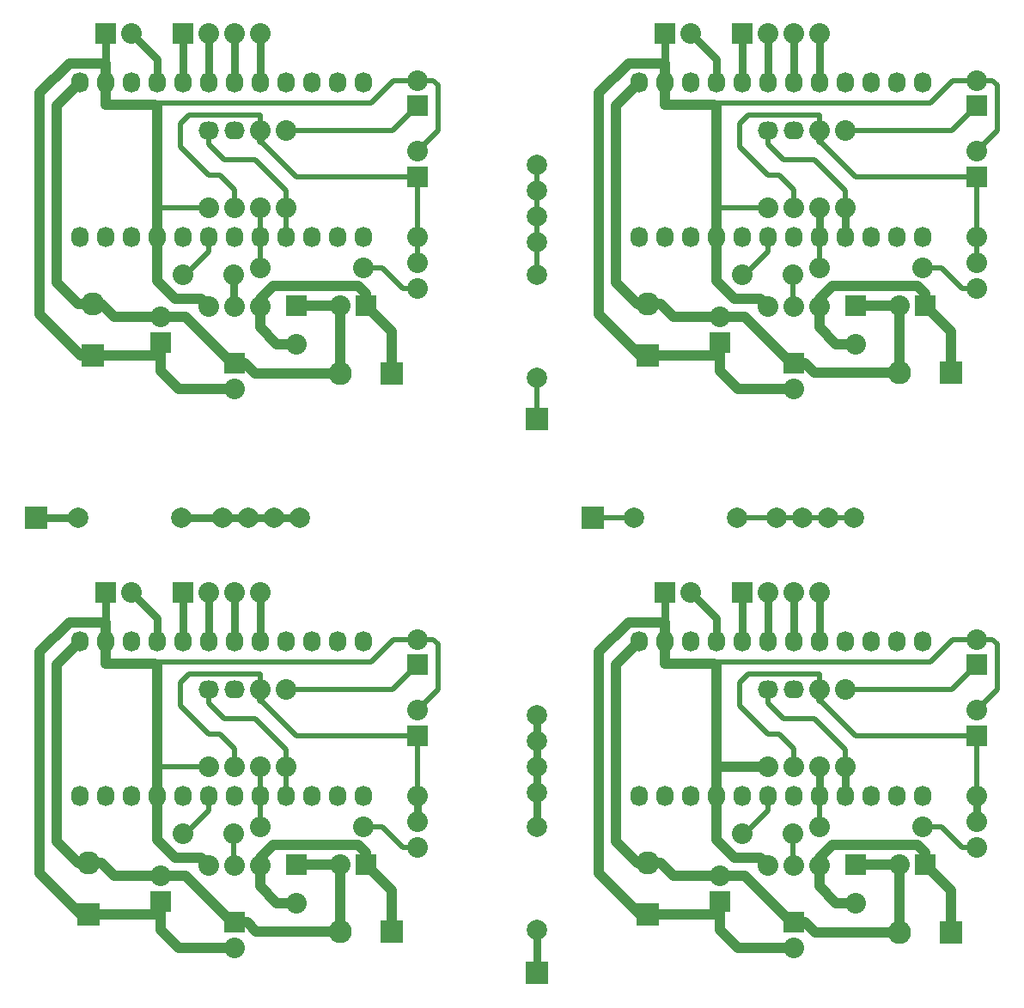
<source format=gbl>
G04 #@! TF.FileFunction,Copper,L2,Bot,Signal*
%FSLAX46Y46*%
G04 Gerber Fmt 4.6, Leading zero omitted, Abs format (unit mm)*
G04 Created by KiCad (PCBNEW 4.0.2+e4-6225~38~ubuntu14.04.1-stable) date Tue 17 May 2016 20:32:36 AEST*
%MOMM*%
G01*
G04 APERTURE LIST*
%ADD10C,0.100000*%
%ADD11R,2.286000X2.286000*%
%ADD12C,2.286000*%
%ADD13R,2.235200X2.235200*%
%ADD14C,1.998980*%
%ADD15O,2.032000X2.032000*%
%ADD16O,1.727200X2.032000*%
%ADD17R,2.032000X2.032000*%
%ADD18O,2.032000X1.778000*%
%ADD19C,0.762000*%
%ADD20C,0.508000*%
%ADD21C,1.016000*%
G04 APERTURE END LIST*
D10*
D11*
X63119000Y63754000D03*
D12*
X63119000Y68834000D03*
D11*
X63119000Y8636000D03*
D12*
X63119000Y13716000D03*
D11*
X8001000Y8636000D03*
D12*
X8001000Y13716000D03*
D11*
X8382000Y63754000D03*
D12*
X8382000Y68834000D03*
D11*
X92964000Y6858000D03*
D12*
X87884000Y6858000D03*
D11*
X37846000Y6985000D03*
D12*
X32766000Y6985000D03*
D11*
X92964000Y62103000D03*
D12*
X87884000Y62103000D03*
D11*
X37846000Y61976000D03*
D12*
X32766000Y61976000D03*
D13*
X52197000Y2921000D03*
D14*
X52197000Y28321000D03*
X52197000Y25781000D03*
X52197000Y23241000D03*
X52197000Y20701000D03*
X52197000Y7112000D03*
X52197000Y17272000D03*
X52197000Y61595000D03*
X52197000Y71755000D03*
X52197000Y82550000D03*
X52197000Y80010000D03*
X52197000Y77470000D03*
X52197000Y74930000D03*
D13*
X52197000Y57531000D03*
X57658000Y47752000D03*
D14*
X83439000Y47752000D03*
X80899000Y47752000D03*
X78359000Y47752000D03*
X75819000Y47752000D03*
X71882000Y47752000D03*
X61722000Y47752000D03*
D15*
X77470000Y13462000D03*
X80010000Y13462000D03*
X74930000Y13462000D03*
D16*
X62230000Y20383500D03*
X64770000Y20383500D03*
X67310000Y20383500D03*
X69850000Y20383500D03*
X72390000Y20383500D03*
X74930000Y20383500D03*
X77470000Y20383500D03*
X80010000Y20383500D03*
X82550000Y20383500D03*
X85090000Y20383500D03*
X87630000Y20383500D03*
X90170000Y20383500D03*
X62230000Y35623500D03*
X64770000Y35623500D03*
X67310000Y35623500D03*
X69850000Y35623500D03*
X72390000Y35623500D03*
X74930000Y35623500D03*
X77470000Y35623500D03*
X80010000Y35623500D03*
X82550000Y35623500D03*
X85090000Y35623500D03*
X87630000Y35623500D03*
X90170000Y35623500D03*
D17*
X95504000Y26289000D03*
D15*
X95504000Y28829000D03*
D17*
X90424000Y13589000D03*
D15*
X87884000Y13589000D03*
D17*
X70231000Y9906000D03*
D15*
X70231000Y12446000D03*
D17*
X95504000Y33274000D03*
D15*
X95504000Y35774000D03*
X80010000Y17272000D03*
X90170000Y17272000D03*
X95504000Y15240000D03*
X95504000Y17780000D03*
X95504000Y20320000D03*
X77470000Y5374000D03*
D17*
X77470000Y7874000D03*
D15*
X83566000Y9779000D03*
D17*
X83566000Y13589000D03*
D15*
X74930000Y23241000D03*
X77470000Y23241000D03*
X80010000Y23241000D03*
X82550000Y23241000D03*
X82550000Y30861000D03*
X80010000Y30861000D03*
D18*
X77470000Y30861000D03*
X74930000Y30861000D03*
D15*
X72430640Y16637000D03*
X77431900Y16637000D03*
D17*
X72390000Y40386000D03*
D15*
X74930000Y40386000D03*
X77470000Y40386000D03*
X80010000Y40386000D03*
D17*
X64770000Y40386000D03*
D15*
X67310000Y40386000D03*
X77470000Y68580000D03*
X80010000Y68580000D03*
X74930000Y68580000D03*
D16*
X62230000Y75501500D03*
X64770000Y75501500D03*
X67310000Y75501500D03*
X69850000Y75501500D03*
X72390000Y75501500D03*
X74930000Y75501500D03*
X77470000Y75501500D03*
X80010000Y75501500D03*
X82550000Y75501500D03*
X85090000Y75501500D03*
X87630000Y75501500D03*
X90170000Y75501500D03*
X62230000Y90741500D03*
X64770000Y90741500D03*
X67310000Y90741500D03*
X69850000Y90741500D03*
X72390000Y90741500D03*
X74930000Y90741500D03*
X77470000Y90741500D03*
X80010000Y90741500D03*
X82550000Y90741500D03*
X85090000Y90741500D03*
X87630000Y90741500D03*
X90170000Y90741500D03*
D17*
X95504000Y81407000D03*
D15*
X95504000Y83947000D03*
D17*
X90424000Y68707000D03*
D15*
X87884000Y68707000D03*
D17*
X70231000Y65024000D03*
D15*
X70231000Y67564000D03*
D17*
X95504000Y88392000D03*
D15*
X95504000Y90892000D03*
X80010000Y72390000D03*
X90170000Y72390000D03*
X95504000Y70358000D03*
X95504000Y72898000D03*
X95504000Y75438000D03*
X77470000Y60492000D03*
D17*
X77470000Y62992000D03*
D15*
X83566000Y64897000D03*
D17*
X83566000Y68707000D03*
D15*
X74930000Y78359000D03*
X77470000Y78359000D03*
X80010000Y78359000D03*
X82550000Y78359000D03*
X82550000Y85979000D03*
X80010000Y85979000D03*
D18*
X77470000Y85979000D03*
X74930000Y85979000D03*
D15*
X72430640Y71755000D03*
X77431900Y71755000D03*
D17*
X72390000Y95504000D03*
D15*
X74930000Y95504000D03*
X77470000Y95504000D03*
X80010000Y95504000D03*
D17*
X64770000Y95504000D03*
D15*
X67310000Y95504000D03*
D14*
X17145000Y47752000D03*
X6985000Y47752000D03*
X28829000Y47752000D03*
X26289000Y47752000D03*
X23749000Y47752000D03*
X21209000Y47752000D03*
D13*
X2794000Y47752000D03*
D17*
X9652000Y95504000D03*
D15*
X12192000Y95504000D03*
D17*
X17272000Y95504000D03*
D15*
X19812000Y95504000D03*
X22352000Y95504000D03*
X24892000Y95504000D03*
X17312640Y71755000D03*
X22313900Y71755000D03*
X19812000Y78359000D03*
X22352000Y78359000D03*
X24892000Y78359000D03*
X27432000Y78359000D03*
X27432000Y85979000D03*
X24892000Y85979000D03*
D18*
X22352000Y85979000D03*
X19812000Y85979000D03*
D15*
X28448000Y64897000D03*
D17*
X28448000Y68707000D03*
D15*
X22352000Y60492000D03*
D17*
X22352000Y62992000D03*
D15*
X40386000Y70358000D03*
X40386000Y72898000D03*
X40386000Y75438000D03*
X24892000Y72390000D03*
X35052000Y72390000D03*
D17*
X40386000Y88392000D03*
D15*
X40386000Y90892000D03*
D17*
X15113000Y65024000D03*
D15*
X15113000Y67564000D03*
D17*
X35306000Y68707000D03*
D15*
X32766000Y68707000D03*
D17*
X40386000Y81407000D03*
D15*
X40386000Y83947000D03*
D16*
X7112000Y90741500D03*
X9652000Y90741500D03*
X12192000Y90741500D03*
X14732000Y90741500D03*
X17272000Y90741500D03*
X19812000Y90741500D03*
X22352000Y90741500D03*
X24892000Y90741500D03*
X27432000Y90741500D03*
X29972000Y90741500D03*
X32512000Y90741500D03*
X35052000Y90741500D03*
X7112000Y75501500D03*
X9652000Y75501500D03*
X12192000Y75501500D03*
X14732000Y75501500D03*
X17272000Y75501500D03*
X19812000Y75501500D03*
X22352000Y75501500D03*
X24892000Y75501500D03*
X27432000Y75501500D03*
X29972000Y75501500D03*
X32512000Y75501500D03*
X35052000Y75501500D03*
D15*
X22352000Y68580000D03*
X24892000Y68580000D03*
X19812000Y68580000D03*
X22352000Y13462000D03*
X24892000Y13462000D03*
X19812000Y13462000D03*
D16*
X7112000Y20383500D03*
X9652000Y20383500D03*
X12192000Y20383500D03*
X14732000Y20383500D03*
X17272000Y20383500D03*
X19812000Y20383500D03*
X22352000Y20383500D03*
X24892000Y20383500D03*
X27432000Y20383500D03*
X29972000Y20383500D03*
X32512000Y20383500D03*
X35052000Y20383500D03*
X7112000Y35623500D03*
X9652000Y35623500D03*
X12192000Y35623500D03*
X14732000Y35623500D03*
X17272000Y35623500D03*
X19812000Y35623500D03*
X22352000Y35623500D03*
X24892000Y35623500D03*
X27432000Y35623500D03*
X29972000Y35623500D03*
X32512000Y35623500D03*
X35052000Y35623500D03*
D17*
X40386000Y26289000D03*
D15*
X40386000Y28829000D03*
D17*
X35306000Y13589000D03*
D15*
X32766000Y13589000D03*
D17*
X15113000Y9906000D03*
D15*
X15113000Y12446000D03*
D17*
X40386000Y33274000D03*
D15*
X40386000Y35774000D03*
X24892000Y17272000D03*
X35052000Y17272000D03*
X40386000Y15240000D03*
X40386000Y17780000D03*
X40386000Y20320000D03*
X22352000Y5374000D03*
D17*
X22352000Y7874000D03*
D15*
X28448000Y9779000D03*
D17*
X28448000Y13589000D03*
D15*
X19812000Y23241000D03*
X22352000Y23241000D03*
X24892000Y23241000D03*
X27432000Y23241000D03*
X27432000Y30861000D03*
X24892000Y30861000D03*
D18*
X22352000Y30861000D03*
X19812000Y30861000D03*
D15*
X17312640Y16637000D03*
X22313900Y16637000D03*
D17*
X17272000Y40386000D03*
D15*
X19812000Y40386000D03*
X22352000Y40386000D03*
X24892000Y40386000D03*
D17*
X9652000Y40386000D03*
D15*
X12192000Y40386000D03*
D19*
X64770000Y37465000D02*
X64770000Y40386000D01*
D20*
X90932000Y33528000D02*
X69723000Y33528000D01*
X69723000Y33528000D02*
X69596000Y33401000D01*
X95504000Y35774000D02*
X93178000Y35774000D01*
X90932000Y33528000D02*
X93178000Y35774000D01*
D21*
X69850000Y23114000D02*
X69850000Y33147000D01*
X69850000Y33147000D02*
X69596000Y33401000D01*
X64770000Y33401000D02*
X64770000Y35623500D01*
X69596000Y33401000D02*
X64770000Y33401000D01*
X70231000Y8636000D02*
X70231000Y7112000D01*
X71969000Y5374000D02*
X77470000Y5374000D01*
X70231000Y7112000D02*
X71969000Y5374000D01*
X70231000Y9906000D02*
X70231000Y8636000D01*
X70231000Y8636000D02*
X63500000Y8636000D01*
X69850000Y20383500D02*
X69850000Y16002000D01*
X69850000Y16002000D02*
X71628000Y14224000D01*
X74930000Y23241000D02*
X69977000Y23241000D01*
X69850000Y23114000D02*
X69850000Y20383500D01*
X69977000Y23241000D02*
X69850000Y23114000D01*
X63500000Y8636000D02*
X62357000Y8636000D01*
X64770000Y37465000D02*
X64770000Y35623500D01*
X61214000Y37465000D02*
X64770000Y37465000D01*
X58293000Y34544000D02*
X61214000Y37465000D01*
X58293000Y12700000D02*
X58293000Y34544000D01*
X62357000Y8636000D02*
X58293000Y12700000D01*
D20*
X95504000Y35774000D02*
X97068000Y35774000D01*
X97536000Y30861000D02*
X95504000Y28829000D01*
X97536000Y35306000D02*
X97536000Y30861000D01*
X97068000Y35774000D02*
X97536000Y35306000D01*
D21*
X74168000Y14224000D02*
X74930000Y13462000D01*
X71628000Y14224000D02*
X74168000Y14224000D01*
D19*
X64770000Y92583000D02*
X64770000Y95504000D01*
D20*
X90932000Y88646000D02*
X69723000Y88646000D01*
X69723000Y88646000D02*
X69596000Y88519000D01*
X95504000Y90892000D02*
X93178000Y90892000D01*
X90932000Y88646000D02*
X93178000Y90892000D01*
D21*
X69850000Y78232000D02*
X69850000Y88265000D01*
X69850000Y88265000D02*
X69596000Y88519000D01*
X64770000Y88519000D02*
X64770000Y90741500D01*
X69596000Y88519000D02*
X64770000Y88519000D01*
X70231000Y63754000D02*
X70231000Y62230000D01*
X71969000Y60492000D02*
X77470000Y60492000D01*
X70231000Y62230000D02*
X71969000Y60492000D01*
X70231000Y65024000D02*
X70231000Y63754000D01*
X70231000Y63754000D02*
X63500000Y63754000D01*
X69850000Y75501500D02*
X69850000Y71120000D01*
X69850000Y71120000D02*
X71628000Y69342000D01*
D20*
X74930000Y78359000D02*
X69977000Y78359000D01*
X69977000Y78359000D02*
X69850000Y78232000D01*
D21*
X69850000Y78232000D02*
X69850000Y75501500D01*
X63500000Y63754000D02*
X62357000Y63754000D01*
X64770000Y92583000D02*
X64770000Y90741500D01*
X61214000Y92583000D02*
X64770000Y92583000D01*
X58293000Y89662000D02*
X61214000Y92583000D01*
X58293000Y67818000D02*
X58293000Y89662000D01*
X62357000Y63754000D02*
X58293000Y67818000D01*
D20*
X95504000Y90892000D02*
X97068000Y90892000D01*
X97536000Y85979000D02*
X95504000Y83947000D01*
X97536000Y90424000D02*
X97536000Y85979000D01*
X97068000Y90892000D02*
X97536000Y90424000D01*
D21*
X74168000Y69342000D02*
X74930000Y68580000D01*
X71628000Y69342000D02*
X74168000Y69342000D01*
X16510000Y69342000D02*
X19050000Y69342000D01*
X19050000Y69342000D02*
X19812000Y68580000D01*
D20*
X42418000Y85979000D02*
X40386000Y83947000D01*
X40386000Y90892000D02*
X41950000Y90892000D01*
X41950000Y90892000D02*
X42418000Y90424000D01*
X42418000Y90424000D02*
X42418000Y85979000D01*
D21*
X9652000Y92583000D02*
X9652000Y90741500D01*
D20*
X14859000Y78359000D02*
X14732000Y78232000D01*
X19812000Y78359000D02*
X14859000Y78359000D01*
D21*
X14732000Y78232000D02*
X14732000Y75501500D01*
X14732000Y71120000D02*
X16510000Y69342000D01*
X14732000Y75501500D02*
X14732000Y71120000D01*
X15113000Y65024000D02*
X15113000Y63754000D01*
X16851000Y60492000D02*
X22352000Y60492000D01*
X14478000Y88519000D02*
X9652000Y88519000D01*
X9652000Y88519000D02*
X9652000Y90741500D01*
X14732000Y88265000D02*
X14478000Y88519000D01*
X14732000Y78232000D02*
X14732000Y88265000D01*
D20*
X14605000Y88646000D02*
X14478000Y88519000D01*
X40386000Y90892000D02*
X38060000Y90892000D01*
X35814000Y88646000D02*
X38060000Y90892000D01*
X35814000Y88646000D02*
X14605000Y88646000D01*
D19*
X9652000Y92583000D02*
X9652000Y95504000D01*
X9652000Y37465000D02*
X9652000Y40386000D01*
D20*
X35814000Y33528000D02*
X14605000Y33528000D01*
X14605000Y33528000D02*
X14478000Y33401000D01*
X40386000Y35774000D02*
X38060000Y35774000D01*
X35814000Y33528000D02*
X38060000Y35774000D01*
D21*
X14732000Y23114000D02*
X14732000Y33147000D01*
X14732000Y33147000D02*
X14478000Y33401000D01*
X9652000Y33401000D02*
X9652000Y35623500D01*
X14478000Y33401000D02*
X9652000Y33401000D01*
X15113000Y8636000D02*
X15113000Y7112000D01*
X16851000Y5374000D02*
X22352000Y5374000D01*
X15113000Y7112000D02*
X16851000Y5374000D01*
X15113000Y9906000D02*
X15113000Y8636000D01*
X15113000Y8636000D02*
X8382000Y8636000D01*
X14732000Y20383500D02*
X14732000Y16002000D01*
X14732000Y16002000D02*
X16510000Y14224000D01*
D20*
X19812000Y23241000D02*
X14859000Y23241000D01*
X14859000Y23241000D02*
X14732000Y23114000D01*
D21*
X14732000Y23114000D02*
X14732000Y20383500D01*
X8382000Y8636000D02*
X7239000Y8636000D01*
X9652000Y37465000D02*
X9652000Y35623500D01*
X6096000Y37465000D02*
X9652000Y37465000D01*
X3175000Y34544000D02*
X6096000Y37465000D01*
X3175000Y12700000D02*
X3175000Y34544000D01*
X7239000Y8636000D02*
X3175000Y12700000D01*
D20*
X40386000Y35774000D02*
X41950000Y35774000D01*
X42418000Y30861000D02*
X40386000Y28829000D01*
X42418000Y35306000D02*
X42418000Y30861000D01*
X41950000Y35774000D02*
X42418000Y35306000D01*
D21*
X19050000Y14224000D02*
X19812000Y13462000D01*
X16510000Y14224000D02*
X19050000Y14224000D01*
X6096000Y92583000D02*
X9652000Y92583000D01*
X15113000Y62230000D02*
X16851000Y60492000D01*
X15113000Y63754000D02*
X15113000Y62230000D01*
X3175000Y89662000D02*
X6096000Y92583000D01*
X7239000Y63754000D02*
X3175000Y67818000D01*
X3175000Y67818000D02*
X3175000Y89662000D01*
X8382000Y63754000D02*
X7239000Y63754000D01*
X15113000Y63754000D02*
X8382000Y63754000D01*
D20*
X74930000Y20383500D02*
X74930000Y18923000D01*
X74930000Y18923000D02*
X72644000Y16637000D01*
D19*
X72644000Y16637000D02*
X72430640Y16637000D01*
D20*
X74930000Y75501500D02*
X74930000Y74041000D01*
X74930000Y74041000D02*
X72644000Y71755000D01*
D19*
X72644000Y71755000D02*
X72430640Y71755000D01*
X17526000Y71755000D02*
X17312640Y71755000D01*
D20*
X19812000Y74041000D02*
X17526000Y71755000D01*
X19812000Y75501500D02*
X19812000Y74041000D01*
X19812000Y20383500D02*
X19812000Y18923000D01*
X19812000Y18923000D02*
X17526000Y16637000D01*
D19*
X17526000Y16637000D02*
X17312640Y16637000D01*
X80010000Y23241000D02*
X80010000Y20383500D01*
D20*
X80010000Y20383500D02*
X80010000Y17272000D01*
D19*
X80010000Y78359000D02*
X80010000Y75501500D01*
D20*
X80010000Y75501500D02*
X80010000Y72390000D01*
X24892000Y75501500D02*
X24892000Y72390000D01*
X24892000Y78359000D02*
X24892000Y75501500D01*
X24892000Y23241000D02*
X24892000Y20383500D01*
X24892000Y20383500D02*
X24892000Y17272000D01*
D19*
X69850000Y35623500D02*
X69850000Y37846000D01*
X69850000Y37846000D02*
X67310000Y40386000D01*
X82550000Y23241000D02*
X82550000Y20383500D01*
D20*
X82550000Y23241000D02*
X82550000Y24892000D01*
X82550000Y24892000D02*
X79502000Y27940000D01*
X79502000Y27940000D02*
X76454000Y27940000D01*
X76454000Y27940000D02*
X74930000Y29464000D01*
X74930000Y29464000D02*
X74930000Y30861000D01*
D19*
X69850000Y90741500D02*
X69850000Y92964000D01*
X69850000Y92964000D02*
X67310000Y95504000D01*
X82550000Y78359000D02*
X82550000Y75501500D01*
D20*
X82550000Y78359000D02*
X82550000Y80010000D01*
X82550000Y80010000D02*
X79502000Y83058000D01*
X79502000Y83058000D02*
X76454000Y83058000D01*
X76454000Y83058000D02*
X74930000Y84582000D01*
X74930000Y84582000D02*
X74930000Y85979000D01*
X27432000Y80010000D02*
X24384000Y83058000D01*
X27432000Y78359000D02*
X27432000Y80010000D01*
X19812000Y84582000D02*
X19812000Y85979000D01*
X21336000Y83058000D02*
X19812000Y84582000D01*
X24384000Y83058000D02*
X21336000Y83058000D01*
X27432000Y78359000D02*
X27432000Y75501500D01*
D19*
X14732000Y92964000D02*
X12192000Y95504000D01*
X14732000Y90741500D02*
X14732000Y92964000D01*
X14732000Y35623500D02*
X14732000Y37846000D01*
X14732000Y37846000D02*
X12192000Y40386000D01*
D20*
X27432000Y23241000D02*
X27432000Y20383500D01*
X27432000Y23241000D02*
X27432000Y24892000D01*
X27432000Y24892000D02*
X24384000Y27940000D01*
X24384000Y27940000D02*
X21336000Y27940000D01*
X21336000Y27940000D02*
X19812000Y29464000D01*
X19812000Y29464000D02*
X19812000Y30861000D01*
D19*
X72390000Y35623500D02*
X72390000Y40386000D01*
X72390000Y90741500D02*
X72390000Y95504000D01*
X17272000Y90741500D02*
X17272000Y95504000D01*
X17272000Y35623500D02*
X17272000Y40386000D01*
X74930000Y35623500D02*
X74930000Y40386000D01*
X74930000Y90741500D02*
X74930000Y95504000D01*
X19812000Y90741500D02*
X19812000Y95504000D01*
X19812000Y35623500D02*
X19812000Y40386000D01*
X77470000Y35623500D02*
X77470000Y40386000D01*
X77470000Y90741500D02*
X77470000Y95504000D01*
X22352000Y90741500D02*
X22352000Y95504000D01*
X22352000Y35623500D02*
X22352000Y40386000D01*
X80010000Y35623500D02*
X80010000Y40386000D01*
X80010000Y90741500D02*
X80010000Y95504000D01*
X24892000Y90741500D02*
X24892000Y95504000D01*
X24892000Y35623500D02*
X24892000Y40386000D01*
D20*
X72136000Y29210000D02*
X72136000Y31496000D01*
X72136000Y31496000D02*
X73025000Y32385000D01*
X73025000Y32385000D02*
X80010000Y32385000D01*
X80010000Y32385000D02*
X80010000Y30861000D01*
X77470000Y25019000D02*
X76073000Y26416000D01*
X76073000Y26416000D02*
X74930000Y26416000D01*
X74930000Y26416000D02*
X72136000Y29210000D01*
X77470000Y23241000D02*
X77470000Y25019000D01*
D19*
X95504000Y20320000D02*
X95504000Y17780000D01*
D20*
X95504000Y20320000D02*
X95504000Y26289000D01*
D19*
X80010000Y30861000D02*
X80010000Y29845000D01*
D20*
X83566000Y26289000D02*
X95504000Y26289000D01*
X80010000Y29845000D02*
X83566000Y26289000D01*
X72136000Y84328000D02*
X72136000Y86614000D01*
X72136000Y86614000D02*
X73025000Y87503000D01*
X73025000Y87503000D02*
X80010000Y87503000D01*
X80010000Y87503000D02*
X80010000Y85979000D01*
X77470000Y80137000D02*
X76073000Y81534000D01*
X76073000Y81534000D02*
X74930000Y81534000D01*
X74930000Y81534000D02*
X72136000Y84328000D01*
X77470000Y78359000D02*
X77470000Y80137000D01*
X95504000Y75438000D02*
X95504000Y72898000D01*
X95504000Y75438000D02*
X95504000Y81407000D01*
D19*
X80010000Y85979000D02*
X80010000Y84963000D01*
D20*
X83566000Y81407000D02*
X95504000Y81407000D01*
X80010000Y84963000D02*
X83566000Y81407000D01*
X24892000Y84963000D02*
X28448000Y81407000D01*
X28448000Y81407000D02*
X40386000Y81407000D01*
D19*
X24892000Y85979000D02*
X24892000Y84963000D01*
D20*
X40386000Y75438000D02*
X40386000Y81407000D01*
X40386000Y75438000D02*
X40386000Y72898000D01*
X17018000Y86614000D02*
X17907000Y87503000D01*
X17018000Y84328000D02*
X17018000Y86614000D01*
X22352000Y78359000D02*
X22352000Y80137000D01*
X19812000Y81534000D02*
X17018000Y84328000D01*
X20955000Y81534000D02*
X19812000Y81534000D01*
X22352000Y80137000D02*
X20955000Y81534000D01*
X24892000Y87503000D02*
X24892000Y85979000D01*
X17907000Y87503000D02*
X24892000Y87503000D01*
X17018000Y29210000D02*
X17018000Y31496000D01*
X17018000Y31496000D02*
X17907000Y32385000D01*
X17907000Y32385000D02*
X24892000Y32385000D01*
X24892000Y32385000D02*
X24892000Y30861000D01*
X22352000Y25019000D02*
X20955000Y26416000D01*
X20955000Y26416000D02*
X19812000Y26416000D01*
X19812000Y26416000D02*
X17018000Y29210000D01*
X22352000Y23241000D02*
X22352000Y25019000D01*
D19*
X40386000Y20320000D02*
X40386000Y17780000D01*
D20*
X40386000Y20320000D02*
X40386000Y26289000D01*
D19*
X24892000Y30861000D02*
X24892000Y29845000D01*
D20*
X28448000Y26289000D02*
X40386000Y26289000D01*
X24892000Y29845000D02*
X28448000Y26289000D01*
D21*
X92964000Y6858000D02*
X92964000Y11049000D01*
X92964000Y11049000D02*
X90424000Y13589000D01*
X37846000Y6985000D02*
X37846000Y11049000D01*
X37846000Y11049000D02*
X35306000Y13589000D01*
X37846000Y61976000D02*
X37846000Y66167000D01*
X37846000Y66167000D02*
X35306000Y68707000D01*
X92964000Y62103000D02*
X92964000Y66167000D01*
X92964000Y66167000D02*
X90424000Y68707000D01*
X80010000Y11430000D02*
X80010000Y13462000D01*
X80010000Y13462000D02*
X80010000Y14224000D01*
X80010000Y14224000D02*
X81280000Y15494000D01*
X81280000Y15494000D02*
X89662000Y15494000D01*
X89662000Y15494000D02*
X90424000Y14732000D01*
X83566000Y9779000D02*
X81661000Y9779000D01*
X81661000Y9779000D02*
X80010000Y11430000D01*
X90424000Y14732000D02*
X90424000Y13589000D01*
X80010000Y66548000D02*
X80010000Y68580000D01*
X80010000Y68580000D02*
X80010000Y69342000D01*
X80010000Y69342000D02*
X81280000Y70612000D01*
X81280000Y70612000D02*
X89662000Y70612000D01*
X89662000Y70612000D02*
X90424000Y69850000D01*
X83566000Y64897000D02*
X81661000Y64897000D01*
X81661000Y64897000D02*
X80010000Y66548000D01*
X90424000Y69850000D02*
X90424000Y68707000D01*
X35306000Y69850000D02*
X35306000Y68707000D01*
X24892000Y69342000D02*
X26162000Y70612000D01*
X26162000Y70612000D02*
X34544000Y70612000D01*
X34544000Y70612000D02*
X35306000Y69850000D01*
X26543000Y64897000D02*
X24892000Y66548000D01*
X28448000Y64897000D02*
X26543000Y64897000D01*
X24892000Y68580000D02*
X24892000Y69342000D01*
X24892000Y66548000D02*
X24892000Y68580000D01*
X24892000Y11430000D02*
X24892000Y13462000D01*
X24892000Y13462000D02*
X24892000Y14224000D01*
X24892000Y14224000D02*
X26162000Y15494000D01*
X26162000Y15494000D02*
X34544000Y15494000D01*
X34544000Y15494000D02*
X35306000Y14732000D01*
X28448000Y9779000D02*
X26543000Y9779000D01*
X26543000Y9779000D02*
X24892000Y11430000D01*
X35306000Y14732000D02*
X35306000Y13589000D01*
X24384000Y61976000D02*
X32766000Y61976000D01*
X77470000Y7874000D02*
X78613000Y7874000D01*
X79629000Y6858000D02*
X87884000Y6858000D01*
X78613000Y7874000D02*
X79629000Y6858000D01*
X87884000Y6858000D02*
X87884000Y13589000D01*
X32766000Y6985000D02*
X32766000Y13589000D01*
X22352000Y7874000D02*
X23622000Y7874000D01*
X24511000Y6985000D02*
X32766000Y6985000D01*
X23622000Y7874000D02*
X24511000Y6985000D01*
X77470000Y62992000D02*
X78613000Y62992000D01*
X79502000Y62103000D02*
X87884000Y62103000D01*
X78613000Y62992000D02*
X79502000Y62103000D01*
X87884000Y68707000D02*
X87884000Y62103000D01*
X22352000Y62992000D02*
X23368000Y62992000D01*
X23368000Y62992000D02*
X24384000Y61976000D01*
X63500000Y13716000D02*
X62103000Y13716000D01*
X59944000Y33337500D02*
X62230000Y35623500D01*
X59944000Y15875000D02*
X59944000Y33337500D01*
X62103000Y13716000D02*
X59944000Y15875000D01*
X87884000Y13589000D02*
X83566000Y13589000D01*
X63500000Y13716000D02*
X64389000Y13716000D01*
X64389000Y13716000D02*
X65659000Y12446000D01*
X65659000Y12446000D02*
X70231000Y12446000D01*
X70231000Y12446000D02*
X72644000Y12446000D01*
X72644000Y12446000D02*
X77216000Y7874000D01*
X63500000Y68834000D02*
X62103000Y68834000D01*
X59944000Y88455500D02*
X62230000Y90741500D01*
X59944000Y70993000D02*
X59944000Y88455500D01*
X62103000Y68834000D02*
X59944000Y70993000D01*
X87884000Y68707000D02*
X83566000Y68707000D01*
X63500000Y68834000D02*
X64389000Y68834000D01*
X64389000Y68834000D02*
X65659000Y67564000D01*
X65659000Y67564000D02*
X70231000Y67564000D01*
X70231000Y67564000D02*
X72644000Y67564000D01*
X72644000Y67564000D02*
X77216000Y62992000D01*
X17526000Y67564000D02*
X22098000Y62992000D01*
X15113000Y67564000D02*
X17526000Y67564000D01*
X10541000Y67564000D02*
X15113000Y67564000D01*
X9271000Y68834000D02*
X10541000Y67564000D01*
X8382000Y68834000D02*
X9271000Y68834000D01*
X32766000Y68707000D02*
X28448000Y68707000D01*
X32766000Y61976000D02*
X32766000Y68707000D01*
X6985000Y68834000D02*
X4826000Y70993000D01*
X4826000Y70993000D02*
X4826000Y88455500D01*
X4826000Y88455500D02*
X7112000Y90741500D01*
X8382000Y68834000D02*
X6985000Y68834000D01*
X8382000Y13716000D02*
X6985000Y13716000D01*
X4826000Y33337500D02*
X7112000Y35623500D01*
X4826000Y15875000D02*
X4826000Y33337500D01*
X6985000Y13716000D02*
X4826000Y15875000D01*
X32766000Y13589000D02*
X28448000Y13589000D01*
X8382000Y13716000D02*
X9271000Y13716000D01*
X9271000Y13716000D02*
X10541000Y12446000D01*
X10541000Y12446000D02*
X15113000Y12446000D01*
X15113000Y12446000D02*
X17526000Y12446000D01*
X17526000Y12446000D02*
X22098000Y7874000D01*
D20*
X82550000Y30861000D02*
X93091000Y30861000D01*
X93091000Y30861000D02*
X95504000Y33274000D01*
X82550000Y85979000D02*
X93091000Y85979000D01*
X93091000Y85979000D02*
X95504000Y88392000D01*
X37973000Y85979000D02*
X40386000Y88392000D01*
X27432000Y85979000D02*
X37973000Y85979000D01*
X27432000Y30861000D02*
X37973000Y30861000D01*
X37973000Y30861000D02*
X40386000Y33274000D01*
X77431900Y16637000D02*
X77431900Y13500100D01*
D19*
X77431900Y13500100D02*
X77470000Y13462000D01*
D20*
X77431900Y71755000D02*
X77431900Y68618100D01*
D19*
X77431900Y68618100D02*
X77470000Y68580000D01*
X22313900Y68618100D02*
X22352000Y68580000D01*
X22313900Y71755000D02*
X22313900Y68618100D01*
D20*
X22313900Y16637000D02*
X22313900Y13500100D01*
D19*
X22313900Y13500100D02*
X22352000Y13462000D01*
D20*
X95504000Y15240000D02*
X94107000Y15240000D01*
X94107000Y15240000D02*
X92075000Y17272000D01*
X92075000Y17272000D02*
X90170000Y17272000D01*
X95504000Y70358000D02*
X94107000Y70358000D01*
X94107000Y70358000D02*
X92075000Y72390000D01*
X92075000Y72390000D02*
X90170000Y72390000D01*
X38989000Y70358000D02*
X36957000Y72390000D01*
X40386000Y70358000D02*
X38989000Y70358000D01*
X36957000Y72390000D02*
X35052000Y72390000D01*
X40386000Y15240000D02*
X38989000Y15240000D01*
X38989000Y15240000D02*
X36957000Y17272000D01*
X36957000Y17272000D02*
X35052000Y17272000D01*
D19*
X2794000Y47752000D02*
X6985000Y47752000D01*
D20*
X57658000Y47752000D02*
X61513591Y47752000D01*
D19*
X17145000Y47752000D02*
X21209000Y47752000D01*
X52197000Y2921000D02*
X52197000Y7112000D01*
D20*
X52197000Y80010000D02*
X52197000Y82550000D01*
D19*
X52197000Y25781000D02*
X52197000Y28321000D01*
X26289000Y47752000D02*
X28829000Y47752000D01*
D20*
X80899000Y47752000D02*
X83439000Y47752000D01*
X52197000Y77470000D02*
X52197000Y80010000D01*
D19*
X52197000Y23241000D02*
X52197000Y25781000D01*
X23749000Y47752000D02*
X26289000Y47752000D01*
D20*
X78359000Y47752000D02*
X80899000Y47752000D01*
X52197000Y57531000D02*
X52197000Y61595000D01*
X52197000Y74930000D02*
X52197000Y77470000D01*
D19*
X52197000Y20701000D02*
X52197000Y23241000D01*
X21209000Y47752000D02*
X23749000Y47752000D01*
X52197000Y17272000D02*
X52197000Y20701000D01*
D20*
X75819000Y47752000D02*
X78359000Y47752000D01*
X71882000Y47752000D02*
X75819000Y47752000D01*
X52197000Y71755000D02*
X52197000Y74930000D01*
M02*

</source>
